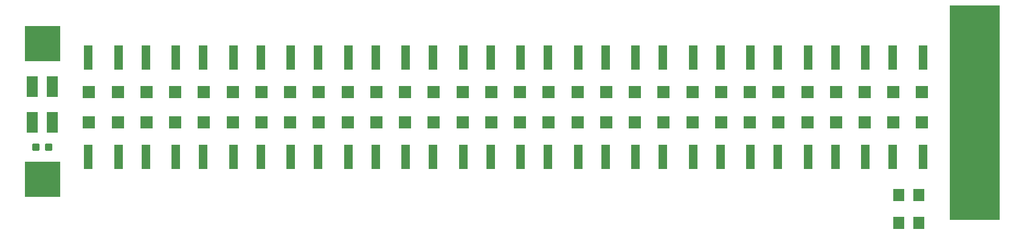
<source format=gbr>
G04 EAGLE Gerber RS-274X export*
G75*
%MOMM*%
%FSLAX34Y34*%
%LPD*%
%INSolderpaste Top*%
%IPPOS*%
%AMOC8*
5,1,8,0,0,1.08239X$1,22.5*%
G01*
%ADD10R,1.200000X3.400000*%
%ADD11R,1.800000X1.800000*%
%ADD12C,0.300000*%
%ADD13R,1.600000X1.800000*%
%ADD14R,1.600000X3.000000*%
%ADD15R,5.000000X5.000000*%
%ADD16R,7.000000X30.000000*%


D10*
X104000Y275000D03*
X146000Y275000D03*
X424000Y136000D03*
X466000Y136000D03*
X504000Y275000D03*
X546000Y275000D03*
X504000Y136000D03*
X546000Y136000D03*
X584000Y275000D03*
X626000Y275000D03*
X584000Y136000D03*
X626000Y136000D03*
X664000Y275000D03*
X706000Y275000D03*
X664000Y136000D03*
X706000Y136000D03*
X744000Y275000D03*
X786000Y275000D03*
X744000Y136000D03*
X786000Y136000D03*
X824000Y275000D03*
X866000Y275000D03*
X104000Y136000D03*
X146000Y136000D03*
X824000Y136000D03*
X866000Y136000D03*
X904000Y275000D03*
X946000Y275000D03*
X904000Y136000D03*
X946000Y136000D03*
X984000Y275000D03*
X1026000Y275000D03*
X984000Y136000D03*
X1026000Y136000D03*
X1064000Y275000D03*
X1106000Y275000D03*
X1064000Y136000D03*
X1106000Y136000D03*
X1144000Y275000D03*
X1186000Y275000D03*
X1144000Y136000D03*
X1186000Y136000D03*
X1224000Y275000D03*
X1266000Y275000D03*
X184000Y275000D03*
X226000Y275000D03*
X1224000Y136000D03*
X1266000Y136000D03*
X184000Y136000D03*
X226000Y136000D03*
X264000Y275000D03*
X306000Y275000D03*
X264000Y136000D03*
X306000Y136000D03*
X344000Y275000D03*
X386000Y275000D03*
X344000Y136000D03*
X386000Y136000D03*
X424000Y275000D03*
X466000Y275000D03*
D11*
X105000Y185000D03*
X105000Y227000D03*
X465000Y227000D03*
X465000Y185000D03*
X505000Y185000D03*
X505000Y227000D03*
X545000Y227000D03*
X545000Y185000D03*
X585000Y185000D03*
X585000Y227000D03*
X625000Y227000D03*
X625000Y185000D03*
X665000Y185000D03*
X665000Y227000D03*
X705000Y227000D03*
X705000Y185000D03*
X745000Y185000D03*
X745000Y227000D03*
X785000Y227000D03*
X785000Y185000D03*
X825000Y185000D03*
X825000Y227000D03*
X145000Y227000D03*
X145000Y185000D03*
X865000Y227000D03*
X865000Y185000D03*
X905000Y185000D03*
X905000Y227000D03*
X945000Y227000D03*
X945000Y185000D03*
X985000Y185000D03*
X985000Y227000D03*
X1025000Y227000D03*
X1025000Y185000D03*
X1065000Y185000D03*
X1065000Y227000D03*
X1105000Y227000D03*
X1105000Y185000D03*
X1145000Y185000D03*
X1145000Y227000D03*
X1185000Y227000D03*
X1185000Y185000D03*
X1225000Y185000D03*
X1225000Y227000D03*
X185000Y185000D03*
X185000Y227000D03*
X1265000Y227000D03*
X1265000Y185000D03*
X225000Y227000D03*
X225000Y185000D03*
X265000Y185000D03*
X265000Y227000D03*
X305000Y227000D03*
X305000Y185000D03*
X345000Y185000D03*
X345000Y227000D03*
X385000Y227000D03*
X385000Y185000D03*
X425000Y185000D03*
X425000Y227000D03*
D12*
X45270Y153500D02*
X45270Y146500D01*
X45270Y153500D02*
X52270Y153500D01*
X52270Y146500D01*
X45270Y146500D01*
X45270Y149350D02*
X52270Y149350D01*
X52270Y152200D02*
X45270Y152200D01*
X27730Y153500D02*
X27730Y146500D01*
X27730Y153500D02*
X34730Y153500D01*
X34730Y146500D01*
X27730Y146500D01*
X27730Y149350D02*
X34730Y149350D01*
X34730Y152200D02*
X27730Y152200D01*
D13*
X1260000Y83000D03*
X1232000Y83000D03*
X1232000Y44000D03*
X1260000Y44000D03*
D14*
X26000Y235000D03*
X54000Y235000D03*
X54000Y185000D03*
X26000Y185000D03*
D15*
X40000Y295000D03*
X40000Y105000D03*
D16*
X1337900Y197900D03*
M02*

</source>
